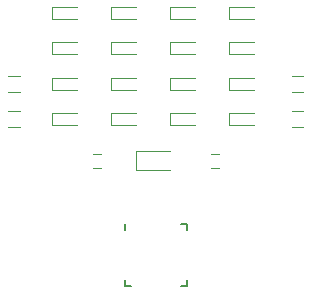
<source format=gbo>
G04 #@! TF.GenerationSoftware,KiCad,Pcbnew,5.1.5*
G04 #@! TF.CreationDate,2020-03-31T20:49:17+02:00*
G04 #@! TF.ProjectId,Watch,57617463-682e-46b6-9963-61645f706362,rev?*
G04 #@! TF.SameCoordinates,Original*
G04 #@! TF.FileFunction,Legend,Bot*
G04 #@! TF.FilePolarity,Positive*
%FSLAX46Y46*%
G04 Gerber Fmt 4.6, Leading zero omitted, Abs format (unit mm)*
G04 Created by KiCad (PCBNEW 5.1.5) date 2020-03-31 20:49:17*
%MOMM*%
%LPD*%
G04 APERTURE LIST*
%ADD10C,0.120000*%
%ADD11C,0.150000*%
G04 APERTURE END LIST*
D10*
X142150000Y-103600000D02*
X142850000Y-103600000D01*
X142850000Y-102400000D02*
X142150000Y-102400000D01*
X132850000Y-102400000D02*
X132150000Y-102400000D01*
X132150000Y-103600000D02*
X132850000Y-103600000D01*
X143700000Y-91000000D02*
X143700000Y-90000000D01*
X143700000Y-90000000D02*
X145800000Y-90000000D01*
X143700000Y-91000000D02*
X145800000Y-91000000D01*
X143700000Y-94000000D02*
X143700000Y-93000000D01*
X143700000Y-93000000D02*
X145800000Y-93000000D01*
X143700000Y-94000000D02*
X145800000Y-94000000D01*
X143700000Y-97000000D02*
X143700000Y-96000000D01*
X143700000Y-96000000D02*
X145800000Y-96000000D01*
X143700000Y-97000000D02*
X145800000Y-97000000D01*
X143700000Y-100000000D02*
X143700000Y-99000000D01*
X143700000Y-99000000D02*
X145800000Y-99000000D01*
X143700000Y-100000000D02*
X145800000Y-100000000D01*
X138700000Y-91000000D02*
X138700000Y-90000000D01*
X138700000Y-90000000D02*
X140800000Y-90000000D01*
X138700000Y-91000000D02*
X140800000Y-91000000D01*
X138700000Y-94000000D02*
X138700000Y-93000000D01*
X138700000Y-93000000D02*
X140800000Y-93000000D01*
X138700000Y-94000000D02*
X140800000Y-94000000D01*
X138700000Y-97000000D02*
X138700000Y-96000000D01*
X138700000Y-96000000D02*
X140800000Y-96000000D01*
X138700000Y-97000000D02*
X140800000Y-97000000D01*
X138700000Y-100000000D02*
X138700000Y-99000000D01*
X138700000Y-99000000D02*
X140800000Y-99000000D01*
X138700000Y-100000000D02*
X140800000Y-100000000D01*
X133700000Y-91000000D02*
X133700000Y-90000000D01*
X133700000Y-90000000D02*
X135800000Y-90000000D01*
X133700000Y-91000000D02*
X135800000Y-91000000D01*
X133700000Y-94000000D02*
X133700000Y-93000000D01*
X133700000Y-93000000D02*
X135800000Y-93000000D01*
X133700000Y-94000000D02*
X135800000Y-94000000D01*
X133700000Y-97000000D02*
X133700000Y-96000000D01*
X133700000Y-96000000D02*
X135800000Y-96000000D01*
X133700000Y-97000000D02*
X135800000Y-97000000D01*
X133700000Y-100000000D02*
X133700000Y-99000000D01*
X133700000Y-99000000D02*
X135800000Y-99000000D01*
X133700000Y-100000000D02*
X135800000Y-100000000D01*
X128700000Y-91000000D02*
X128700000Y-90000000D01*
X128700000Y-90000000D02*
X130800000Y-90000000D01*
X128700000Y-91000000D02*
X130800000Y-91000000D01*
X128700000Y-94000000D02*
X128700000Y-93000000D01*
X128700000Y-93000000D02*
X130800000Y-93000000D01*
X128700000Y-94000000D02*
X130800000Y-94000000D01*
X128700000Y-97000000D02*
X128700000Y-96000000D01*
X128700000Y-96000000D02*
X130800000Y-96000000D01*
X128700000Y-97000000D02*
X130800000Y-97000000D01*
X128700000Y-100000000D02*
X128700000Y-99000000D01*
X128700000Y-99000000D02*
X130800000Y-99000000D01*
X128700000Y-100000000D02*
X130800000Y-100000000D01*
X125000000Y-97180000D02*
X126000000Y-97180000D01*
X126000000Y-95820000D02*
X125000000Y-95820000D01*
X125000000Y-100180000D02*
X126000000Y-100180000D01*
X126000000Y-98820000D02*
X125000000Y-98820000D01*
X150000000Y-95820000D02*
X149000000Y-95820000D01*
X149000000Y-97180000D02*
X150000000Y-97180000D01*
X150000000Y-98820000D02*
X149000000Y-98820000D01*
X149000000Y-100180000D02*
X150000000Y-100180000D01*
D11*
X134875000Y-113625000D02*
X135400000Y-113625000D01*
X140125000Y-108375000D02*
X139600000Y-108375000D01*
X140125000Y-113625000D02*
X139600000Y-113625000D01*
X134875000Y-108375000D02*
X134875000Y-108900000D01*
X140125000Y-108375000D02*
X140125000Y-108900000D01*
X140125000Y-113625000D02*
X140125000Y-113100000D01*
X134875000Y-113625000D02*
X134875000Y-113100000D01*
D10*
X138700000Y-103800000D02*
X135850000Y-103800000D01*
X135850000Y-103800000D02*
X135850000Y-102200000D01*
X135850000Y-102200000D02*
X138700000Y-102200000D01*
M02*

</source>
